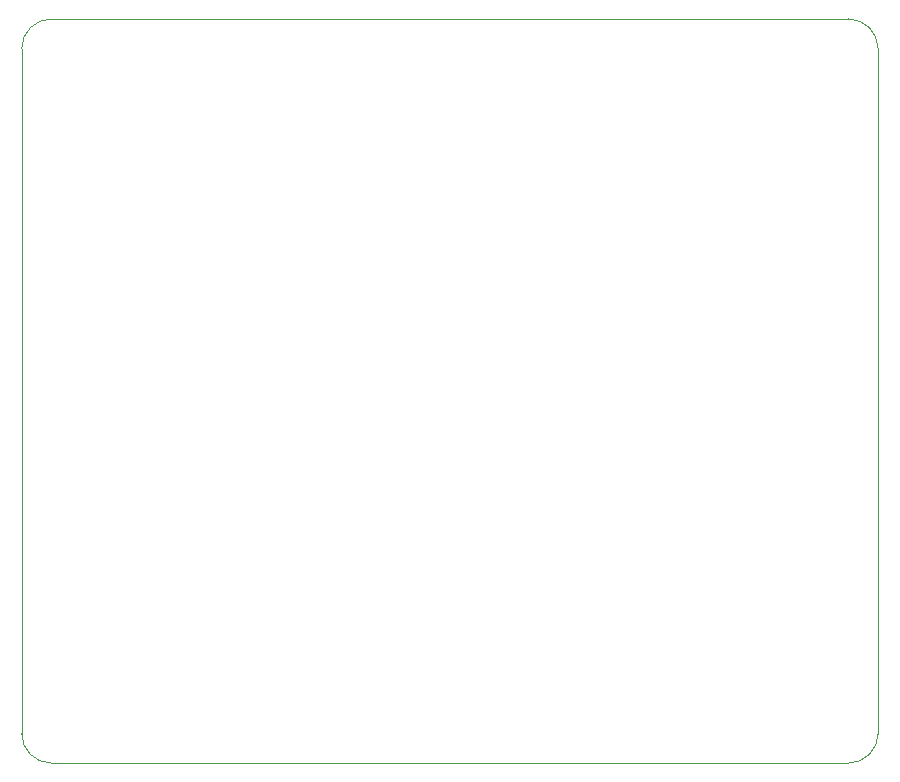
<source format=gm1>
G04 #@! TF.GenerationSoftware,KiCad,Pcbnew,(5.1.5)-3*
G04 #@! TF.CreationDate,2020-11-02T17:07:13+01:00*
G04 #@! TF.ProjectId,Heat Controller,48656174-2043-46f6-9e74-726f6c6c6572,rev?*
G04 #@! TF.SameCoordinates,Original*
G04 #@! TF.FileFunction,Profile,NP*
%FSLAX46Y46*%
G04 Gerber Fmt 4.6, Leading zero omitted, Abs format (unit mm)*
G04 Created by KiCad (PCBNEW (5.1.5)-3) date 2020-11-02 17:07:13*
%MOMM*%
%LPD*%
G04 APERTURE LIST*
%ADD10C,0.050000*%
G04 APERTURE END LIST*
D10*
X178250000Y-135500000D02*
X110750000Y-135500000D01*
X108250000Y-75000000D02*
X108250000Y-133000000D01*
X178250000Y-72500000D02*
X110750000Y-72500000D01*
X180750000Y-133000000D02*
X180750000Y-75000000D01*
X180750000Y-133000000D02*
G75*
G02X178250000Y-135500000I-2500000J0D01*
G01*
X178250000Y-72500000D02*
G75*
G02X180750000Y-75000000I0J-2500000D01*
G01*
X108250000Y-75000000D02*
G75*
G02X110750000Y-72500000I2500000J0D01*
G01*
X110750000Y-135500000D02*
G75*
G02X108250000Y-133000000I0J2500000D01*
G01*
M02*

</source>
